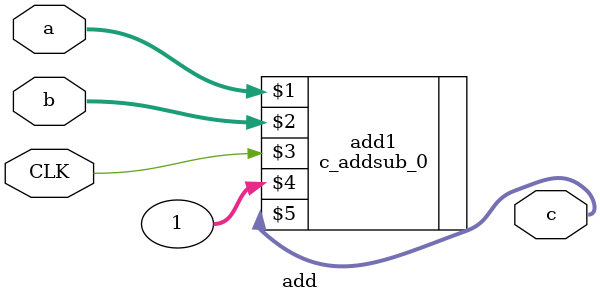
<source format=v>
`timescale 1ns / 1ps
`timescale 1 ns / 1 ps

module add(a, b, CLK, c);
    input [3:0] a, b;
    input CLK;
    output [3:0] c;

    c_addsub_0 add1 (
      a,      // input wire [14 : 0] A
      b,      // input wire [14 : 0] B
      CLK,  // input wire CLK
      1,    // input wire CE
      c      // output wire [14 : 0] S
    );
endmodule

</source>
